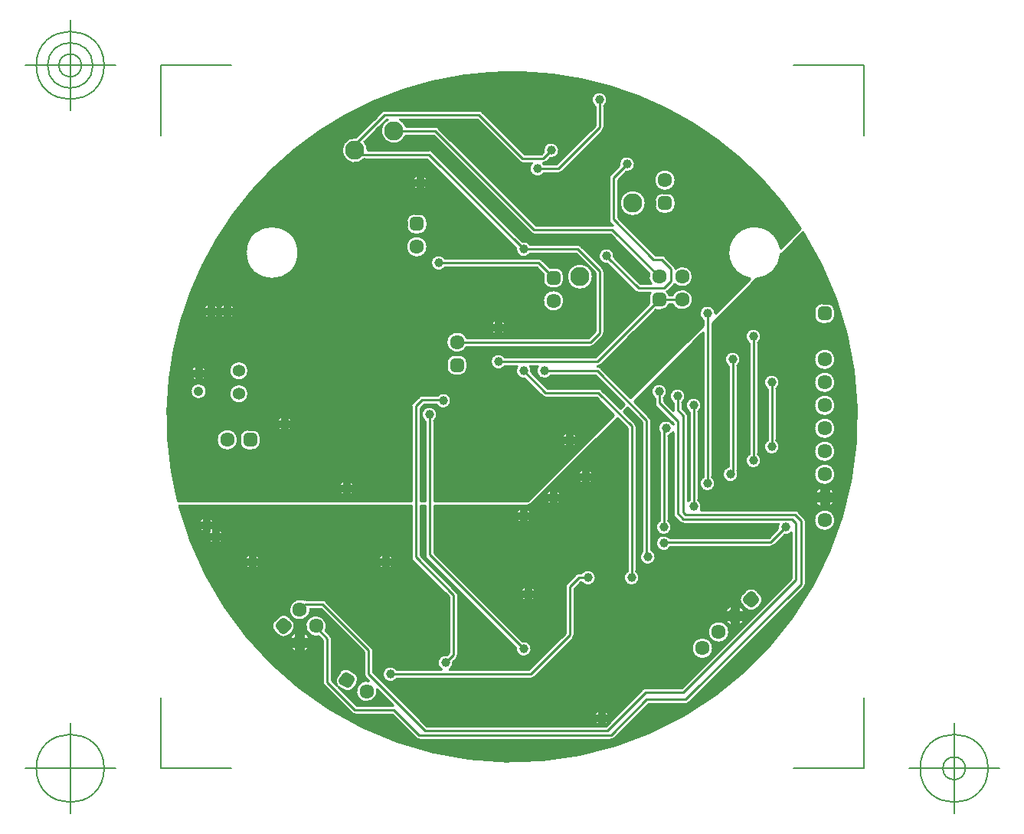
<source format=gbr>
G04 Generated by Ultiboard 13.0 *
%FSLAX25Y25*%
%MOIN*%

%ADD10C,0.00001*%
%ADD11C,0.01000*%
%ADD12C,0.00500*%
%ADD13C,0.03937*%
%ADD14C,0.06334*%
%ADD15P,0.02945X4*%
%ADD16C,0.03917*%
%ADD17P,0.02945X4X15*%
%ADD18C,0.08334*%
%ADD19R,0.02083X0.02083*%
%ADD20C,0.04156*%
%ADD21C,0.05337*%


G04 ColorRGB 0000FF for the following layer *
%LNCopper Bottom*%
%LPD*%
G54D10*
G36*
X201062Y-89510D02*
X201062Y-89510D01*
X301990Y-89510D01*
X301990Y-111995D01*
G75*
D01*
G03X302579Y-113421I2010J-4*
G01*
X302579Y-113421D01*
X318490Y-129332D01*
X318490Y-153668D01*
X317578Y-154580D01*
G75*
D01*
G03X315243Y-160990I-579J-3419*
G01*
X315243Y-160990D01*
X295827Y-160990D01*
G75*
D01*
G03X289586Y-162387I-2827J-2008*
G01*
G75*
D01*
G03X289586Y-163613I1913J-613*
G01*
G75*
D01*
G03X295827Y-165010I3414J611*
G01*
X295827Y-165010D01*
X353997Y-165010D01*
G75*
D01*
G03X354736Y-164870I2J2010*
G01*
G74*
D01*
G03X355423Y-164419I736J1869*
G01*
X355423Y-164419D01*
X372419Y-147423D01*
G75*
D01*
G03X373010Y-146000I-1418J1423*
G01*
X373010Y-146000D01*
X373010Y-125832D01*
X375832Y-123010D01*
X376173Y-123010D01*
G75*
D01*
G03X376173Y-118990I2826J2010*
G01*
X376173Y-118990D01*
X375002Y-118990D01*
G75*
D01*
G03X373579Y-119579I-1J-2010*
G01*
X373579Y-119579D01*
X369579Y-123579D01*
G75*
D01*
G03X368990Y-125003I1420J-1421*
G01*
X368990Y-125003D01*
X368990Y-145168D01*
X353168Y-160990D01*
X318757Y-160990D01*
G75*
D01*
G03X320420Y-157422I-1757J2990*
G01*
X320420Y-157422D01*
X321919Y-155923D01*
G75*
D01*
G03X322510Y-154500I-1418J1423*
G01*
X322510Y-154500D01*
X322510Y-128500D01*
G74*
D01*
G03X321919Y-127077I2010J1*
G01*
X321919Y-127077D01*
X306010Y-111168D01*
X306010Y-89510D01*
X307990Y-89510D01*
X307990Y-110995D01*
G75*
D01*
G03X308579Y-112421I2010J-4*
G01*
X308579Y-112421D01*
X347580Y-151422D01*
G75*
D01*
G03X350422Y-148580I3420J-578*
G01*
X350422Y-148580D01*
X312010Y-110168D01*
X312010Y-89510D01*
X352793Y-89510D01*
G74*
D01*
G03X354216Y-88919I1J2010*
G01*
X354216Y-88919D01*
X381491Y-61644D01*
X381491Y-61644D01*
X391646Y-51489D01*
X395990Y-55832D01*
X395990Y-118173D01*
G75*
D01*
G03X400010Y-118173I2010J-2826*
G01*
X400010Y-118173D01*
X400010Y-55000D01*
G74*
D01*
G03X399419Y-53577I2010J1*
G01*
X399419Y-53577D01*
X394489Y-48646D01*
X396146Y-46989D01*
X402490Y-53332D01*
X402490Y-109606D01*
G75*
D01*
G03X406510Y-108877I2510J-2393*
G01*
X406510Y-108877D01*
X406510Y-52500D01*
G74*
D01*
G03X405919Y-51077I2010J1*
G01*
X405919Y-51077D01*
X398989Y-44146D01*
X428126Y-15009D01*
X428126Y-15009D01*
X428990Y-14145D01*
X428990Y-77173D01*
G75*
D01*
G03X433010Y-77173I2010J-2826*
G01*
X433010Y-77173D01*
X433010Y-10125D01*
X452154Y9019D01*
G74*
D01*
G03X462981Y19846I653J11480*
G01*
X462981Y19846D01*
X469214Y26079D01*
X469214Y26079D01*
X469214Y26079D01*
X472571Y29436D01*
G75*
D01*
G02X201062Y-89510I-126571J-80436*
G01*
D02*
G37*
%LPC*%
G36*
X283583Y-165925D02*
G75*
D01*
G03X287235Y-169577I-923J-4575*
G01*
X287235Y-169577D01*
X294148Y-176490D01*
X278332Y-176490D01*
X270535Y-168693D01*
G74*
D01*
G03X270840Y-168891I2042J2812*
G01*
X270840Y-168891D01*
X272644Y-169932D01*
G75*
D01*
G03X277391Y-168660I1738J3008*
G01*
X277391Y-168660D01*
X278432Y-166856D01*
G75*
D01*
G03X277160Y-162109I-3008J1738*
G01*
X277160Y-162109D01*
X275356Y-161068D01*
G75*
D01*
G03X270609Y-162340I-1738J-3008*
G01*
X270609Y-162340D01*
X269568Y-164144D01*
G75*
D01*
G03X269765Y-167923I3008J-1738*
G01*
X269765Y-167923D01*
X267510Y-165668D01*
X267510Y-147500D01*
G74*
D01*
G03X266919Y-146077I2010J1*
G01*
X266919Y-146077D01*
X264853Y-144011D01*
G75*
D01*
G03X261703Y-146545I-4211J2010*
G01*
X261703Y-146545D01*
X263490Y-148332D01*
X263490Y-166497D01*
G75*
D01*
G03X264079Y-167921I2010J-2*
G01*
X264079Y-167921D01*
X276079Y-179921D01*
G75*
D01*
G03X277502Y-180510I1421J1420*
G01*
X277502Y-180510D01*
X293668Y-180510D01*
X304079Y-190921D01*
G75*
D01*
G03X305503Y-191510I1421J1420*
G01*
X305503Y-191510D01*
X389000Y-191510D01*
G74*
D01*
G03X390423Y-190919I1J2010*
G01*
X390423Y-190919D01*
X405332Y-176010D01*
X421497Y-176010D01*
G75*
D01*
G03X422073Y-175926I1J2010*
G01*
G74*
D01*
G03X422923Y-175419I572J1926*
G01*
X422923Y-175419D01*
X473169Y-125173D01*
G75*
D01*
G03X473760Y-123750I-1418J1423*
G01*
X473760Y-123750D01*
X473760Y-96250D01*
G74*
D01*
G03X473169Y-94827I2010J1*
G01*
X473169Y-94827D01*
X470423Y-92081D01*
G74*
D01*
G03X469734Y-91629I1423J1418*
G01*
G75*
D01*
G03X468997Y-91490I-734J-1870*
G01*
X468997Y-91490D01*
X428132Y-91490D01*
G75*
D01*
G03X427010Y-87173I-3131J1490*
G01*
X427010Y-87173D01*
X427010Y-48827D01*
G75*
D01*
G03X422990Y-48827I-2010J2826*
G01*
X422990Y-48827D01*
X422990Y-87173D01*
G74*
D01*
G03X422510Y-87586I2012J2824*
G01*
X422510Y-87586D01*
X422510Y-50500D01*
G74*
D01*
G03X421919Y-49077I2010J1*
G01*
X421919Y-49077D01*
X420010Y-47168D01*
X420010Y-44827D01*
G75*
D01*
G03X415990Y-44827I-2010J2826*
G01*
X415990Y-44827D01*
X415990Y-47997D01*
G75*
D01*
G03X415996Y-48154I2010J-2*
G01*
X415996Y-48154D01*
X412010Y-44168D01*
X412010Y-42827D01*
G75*
D01*
G03X407990Y-42827I-2010J2826*
G01*
X407990Y-42827D01*
X407990Y-44998D01*
G75*
D01*
G03X408579Y-46421I2010J-1*
G01*
X408579Y-46421D01*
X415990Y-53832D01*
X415990Y-54243D01*
G75*
D01*
G03X409990Y-57724I-3000J-1740*
G01*
X409990Y-57724D01*
X409990Y-96173D01*
G75*
D01*
G03X414010Y-96173I2010J-2826*
G01*
X414010Y-96173D01*
X414010Y-59318D01*
G74*
D01*
G03X415990Y-57757I1010J3318*
G01*
X415990Y-57757D01*
X415990Y-92997D01*
G75*
D01*
G03X416579Y-94421I2010J-2*
G01*
X416579Y-94421D01*
X419079Y-96921D01*
G75*
D01*
G03X420501Y-97510I1421J1420*
G01*
X420501Y-97510D01*
X461868Y-97510D01*
G75*
D01*
G03X461580Y-99578I3132J-1490*
G01*
X461580Y-99578D01*
X457668Y-103490D01*
X414394Y-103490D01*
G75*
D01*
G03X415123Y-107510I-2393J-2510*
G01*
X415123Y-107510D01*
X458500Y-107510D01*
G74*
D01*
G03X459923Y-106919I1J2010*
G01*
X459923Y-106919D01*
X464422Y-102420D01*
G75*
D01*
G03X467490Y-101414I578J3420*
G01*
X467490Y-101414D01*
X467490Y-121168D01*
X419668Y-168990D01*
X404002Y-168990D01*
G75*
D01*
G03X402579Y-169579I-1J-2010*
G01*
X402579Y-169579D01*
X386668Y-185490D01*
X308832Y-185490D01*
X287002Y-163660D01*
X285510Y-162168D01*
X285510Y-152500D01*
G74*
D01*
G03X284919Y-151077I2010J1*
G01*
X284919Y-151077D01*
X264923Y-131081D01*
G74*
D01*
G03X263500Y-130490I1423J1418*
G01*
X263500Y-130490D01*
X256003Y-130490D01*
G75*
D01*
G03X255329Y-130606I-1J-2010*
G01*
G75*
D01*
G03X258219Y-134510I-1757J-4322*
G01*
X258219Y-134510D01*
X262668Y-134510D01*
X281490Y-153332D01*
X281490Y-162997D01*
G75*
D01*
G03X282079Y-164421I2010J-2*
G01*
X282079Y-164421D01*
X283583Y-165925D01*
D02*
G37*
G36*
X486561Y-15009D02*
G75*
D01*
G03X486561Y-15009I-4561J-991*
G01*
D02*
G37*
G36*
X453010Y-18827D02*
G75*
D01*
G03X448990Y-18827I-2010J2826*
G01*
X448990Y-18827D01*
X448990Y-67173D01*
G75*
D01*
G03X453010Y-67173I2010J-2826*
G01*
X453010Y-67173D01*
X453010Y-18827D01*
D02*
G37*
G36*
X483041Y-1483D02*
X483041Y-1483D01*
X480959Y-1483D01*
G75*
D01*
G03X477483Y-4958I-1J-3475*
G01*
X477483Y-4958D01*
X477483Y-7041D01*
G75*
D01*
G03X480959Y-10517I3476J0*
G01*
X480959Y-10517D01*
X483041Y-10517D01*
G75*
D01*
G03X486517Y-7041I0J3476*
G01*
X486517Y-7041D01*
X486517Y-4958D01*
G74*
D01*
G03X483041Y-1483I3476J1*
G01*
D02*
G37*
G36*
X215819Y-103000D02*
G75*
D01*
G03X215819Y-103000I1181J0*
G01*
D02*
G37*
G36*
X220243Y-104230D02*
X220243Y-104230D01*
X218230Y-104230D01*
X218230Y-106243D01*
G74*
D01*
G03X220243Y-104230I1230J3243*
G01*
D02*
G37*
G36*
X215770Y-106243D02*
X215770Y-106243D01*
X215770Y-104230D01*
X213757Y-104230D01*
G74*
D01*
G03X215770Y-106243I3243J1230*
G01*
D02*
G37*
G36*
X211819Y-98000D02*
G75*
D01*
G03X211819Y-98000I1181J0*
G01*
D02*
G37*
G36*
X209757Y-96770D02*
X209757Y-96770D01*
X211770Y-96770D01*
X211770Y-94757D01*
G74*
D01*
G03X209757Y-96770I1230J3243*
G01*
D02*
G37*
G36*
X211770Y-101243D02*
X211770Y-101243D01*
X211770Y-99230D01*
X209757Y-99230D01*
G74*
D01*
G03X211770Y-101243I3243J1230*
G01*
D02*
G37*
G36*
X215770Y-100087D02*
G74*
D01*
G03X216243Y-99230I2769J2088*
G01*
X216243Y-99230D01*
X214230Y-99230D01*
X214230Y-100913D01*
G74*
D01*
G03X213757Y-101770I2769J2088*
G01*
X213757Y-101770D01*
X215770Y-101770D01*
X215770Y-100087D01*
D02*
G37*
G36*
X218230Y-99757D02*
X218230Y-99757D01*
X218230Y-101770D01*
X220243Y-101770D01*
G74*
D01*
G03X218230Y-99757I3243J1230*
G01*
D02*
G37*
G36*
X214230Y-94757D02*
X214230Y-94757D01*
X214230Y-96770D01*
X216243Y-96770D01*
G74*
D01*
G03X214230Y-94757I3243J1230*
G01*
D02*
G37*
G36*
X477333Y-96000D02*
G75*
D01*
G03X477333Y-96000I4667J0*
G01*
D02*
G37*
G36*
X480345Y-90364D02*
X480345Y-90364D01*
X480345Y-87655D01*
X477636Y-87655D01*
G74*
D01*
G03X480345Y-90364I4364J1655*
G01*
D02*
G37*
G36*
X480250Y-86000D02*
G75*
D01*
G03X480250Y-86000I1750J0*
G01*
D02*
G37*
G36*
X486364Y-87655D02*
X486364Y-87655D01*
X483655Y-87655D01*
X483655Y-90364D01*
G74*
D01*
G03X486364Y-87655I1655J4364*
G01*
D02*
G37*
G36*
X477636Y-84345D02*
X477636Y-84345D01*
X480345Y-84345D01*
X480345Y-81636D01*
G74*
D01*
G03X477636Y-84345I1655J4364*
G01*
D02*
G37*
G36*
X477333Y-76000D02*
G75*
D01*
G03X477333Y-76000I4667J0*
G01*
D02*
G37*
G36*
X483655Y-81636D02*
X483655Y-81636D01*
X483655Y-84345D01*
X486364Y-84345D01*
G74*
D01*
G03X483655Y-81636I4364J1655*
G01*
D02*
G37*
G36*
X477333Y-66000D02*
G75*
D01*
G03X477333Y-66000I4667J0*
G01*
D02*
G37*
G36*
X477333Y-56000D02*
G75*
D01*
G03X477333Y-56000I4667J0*
G01*
D02*
G37*
G36*
X477333Y-46000D02*
G75*
D01*
G03X477333Y-46000I4667J0*
G01*
D02*
G37*
G36*
X477333Y-36000D02*
G75*
D01*
G03X477333Y-36000I4667J0*
G01*
D02*
G37*
G36*
X477333Y-26000D02*
G75*
D01*
G03X477333Y-26000I4667J0*
G01*
D02*
G37*
G36*
X349819Y-94000D02*
G75*
D01*
G03X349819Y-94000I1181J0*
G01*
D02*
G37*
G36*
X354243Y-95230D02*
X354243Y-95230D01*
X352230Y-95230D01*
X352230Y-97243D01*
G74*
D01*
G03X354243Y-95230I1230J3243*
G01*
D02*
G37*
G36*
X349770Y-97243D02*
X349770Y-97243D01*
X349770Y-95230D01*
X347757Y-95230D01*
G74*
D01*
G03X349770Y-97243I3243J1230*
G01*
D02*
G37*
G36*
X347757Y-92770D02*
X347757Y-92770D01*
X349770Y-92770D01*
X349770Y-90757D01*
G74*
D01*
G03X347757Y-92770I1230J3243*
G01*
D02*
G37*
G36*
X352230Y-90757D02*
X352230Y-90757D01*
X352230Y-92770D01*
X354243Y-92770D01*
G74*
D01*
G03X352230Y-90757I3243J1230*
G01*
D02*
G37*
G36*
X362770Y-89243D02*
X362770Y-89243D01*
X362770Y-87230D01*
X360757Y-87230D01*
G74*
D01*
G03X362770Y-89243I3243J1230*
G01*
D02*
G37*
G36*
X362819Y-86000D02*
G75*
D01*
G03X362819Y-86000I1181J0*
G01*
D02*
G37*
G36*
X367243Y-87230D02*
X367243Y-87230D01*
X365230Y-87230D01*
X365230Y-89243D01*
G74*
D01*
G03X367243Y-87230I1230J3243*
G01*
D02*
G37*
G36*
X360757Y-84770D02*
X360757Y-84770D01*
X362770Y-84770D01*
X362770Y-82757D01*
G74*
D01*
G03X360757Y-84770I1230J3243*
G01*
D02*
G37*
G36*
X365230Y-82757D02*
X365230Y-82757D01*
X365230Y-84770D01*
X367243Y-84770D01*
G74*
D01*
G03X365230Y-82757I3243J1230*
G01*
D02*
G37*
G36*
X376770Y-80243D02*
X376770Y-80243D01*
X376770Y-78230D01*
X374757Y-78230D01*
G74*
D01*
G03X376770Y-80243I3243J1230*
G01*
D02*
G37*
G36*
X381243Y-78230D02*
X381243Y-78230D01*
X379230Y-78230D01*
X379230Y-80243D01*
G74*
D01*
G03X381243Y-78230I1230J3243*
G01*
D02*
G37*
G36*
X376819Y-77000D02*
G75*
D01*
G03X376819Y-77000I1181J0*
G01*
D02*
G37*
G36*
X374757Y-75770D02*
X374757Y-75770D01*
X376770Y-75770D01*
X376770Y-73757D01*
G74*
D01*
G03X374757Y-75770I1230J3243*
G01*
D02*
G37*
G36*
X379230Y-73757D02*
X379230Y-73757D01*
X379230Y-75770D01*
X381243Y-75770D01*
G74*
D01*
G03X379230Y-73757I3243J1230*
G01*
D02*
G37*
G36*
X349757Y-126770D02*
X349757Y-126770D01*
X351770Y-126770D01*
X351770Y-124757D01*
G74*
D01*
G03X349757Y-126770I1230J3243*
G01*
D02*
G37*
G36*
X354230Y-124757D02*
X354230Y-124757D01*
X354230Y-126770D01*
X356243Y-126770D01*
G74*
D01*
G03X354230Y-124757I3243J1230*
G01*
D02*
G37*
G36*
X356243Y-129230D02*
X356243Y-129230D01*
X354230Y-129230D01*
X354230Y-131243D01*
G74*
D01*
G03X356243Y-129230I1230J3243*
G01*
D02*
G37*
G36*
X351770Y-131243D02*
X351770Y-131243D01*
X351770Y-129230D01*
X349757Y-129230D01*
G74*
D01*
G03X351770Y-131243I3243J1230*
G01*
D02*
G37*
G36*
X351819Y-128000D02*
G75*
D01*
G03X351819Y-128000I1181J0*
G01*
D02*
G37*
G36*
X231819Y-114000D02*
G75*
D01*
G03X231819Y-114000I1181J0*
G01*
D02*
G37*
G36*
X244043Y-138070D02*
X244043Y-138070D01*
X242570Y-139543D01*
G75*
D01*
G03X242570Y-144457I2456J-2457*
G01*
X242570Y-144457D01*
X244043Y-145930D01*
G75*
D01*
G03X248957Y-145930I2457J2456*
G01*
X248957Y-145930D01*
X250430Y-144457D01*
G75*
D01*
G03X250430Y-139543I-2456J2457*
G01*
X250430Y-139543D01*
X248957Y-138070D01*
G75*
D01*
G03X244043Y-138070I-2457J-2456*
G01*
D02*
G37*
G36*
X251821Y-149071D02*
G75*
D01*
G03X251821Y-149071I1750J0*
G01*
D02*
G37*
G36*
X251916Y-153435D02*
X251916Y-153435D01*
X251916Y-150726D01*
X249207Y-150726D01*
G74*
D01*
G03X251916Y-153435I4364J1655*
G01*
D02*
G37*
G36*
X257935Y-150726D02*
X257935Y-150726D01*
X255226Y-150726D01*
X255226Y-153435D01*
G74*
D01*
G03X257935Y-150726I1655J4364*
G01*
D02*
G37*
G36*
X249207Y-147416D02*
X249207Y-147416D01*
X251916Y-147416D01*
X251916Y-144707D01*
G74*
D01*
G03X249207Y-147416I1655J4364*
G01*
D02*
G37*
G36*
X255226Y-144707D02*
X255226Y-144707D01*
X255226Y-147416D01*
X257935Y-147416D01*
G74*
D01*
G03X255226Y-144707I4364J1655*
G01*
D02*
G37*
G36*
X234230Y-110757D02*
X234230Y-110757D01*
X234230Y-112770D01*
X236243Y-112770D01*
G74*
D01*
G03X234230Y-110757I3243J1230*
G01*
D02*
G37*
G36*
X236243Y-115230D02*
X236243Y-115230D01*
X234230Y-115230D01*
X234230Y-117243D01*
G74*
D01*
G03X236243Y-115230I1230J3243*
G01*
D02*
G37*
G36*
X229757Y-112770D02*
X229757Y-112770D01*
X231770Y-112770D01*
X231770Y-110757D01*
G74*
D01*
G03X229757Y-112770I1230J3243*
G01*
D02*
G37*
G36*
X231770Y-117243D02*
X231770Y-117243D01*
X231770Y-115230D01*
X229757Y-115230D01*
G74*
D01*
G03X231770Y-117243I3243J1230*
G01*
D02*
G37*
G36*
X383819Y-182000D02*
G75*
D01*
G03X383819Y-182000I1181J0*
G01*
D02*
G37*
G36*
X383770Y-185243D02*
X383770Y-185243D01*
X383770Y-183230D01*
X381757Y-183230D01*
G74*
D01*
G03X383770Y-185243I3243J1230*
G01*
D02*
G37*
G36*
X388243Y-183230D02*
X388243Y-183230D01*
X386230Y-183230D01*
X386230Y-185243D01*
G74*
D01*
G03X388243Y-183230I1230J3243*
G01*
D02*
G37*
G36*
X381757Y-180770D02*
X381757Y-180770D01*
X383770Y-180770D01*
X383770Y-178757D01*
G74*
D01*
G03X381757Y-180770I1230J3243*
G01*
D02*
G37*
G36*
X386230Y-178757D02*
X386230Y-178757D01*
X386230Y-180770D01*
X388243Y-180770D01*
G74*
D01*
G03X386230Y-178757I3243J1230*
G01*
D02*
G37*
G36*
X424120Y-151713D02*
G75*
D01*
G03X424120Y-151713I4667J0*
G01*
D02*
G37*
G36*
X431191Y-144642D02*
G75*
D01*
G03X431191Y-144642I4667J0*
G01*
D02*
G37*
G36*
X441274Y-141935D02*
X441274Y-141935D01*
X441274Y-139226D01*
X438565Y-139226D01*
G74*
D01*
G03X441274Y-141935I4364J1655*
G01*
D02*
G37*
G36*
X447293Y-139226D02*
X447293Y-139226D01*
X444584Y-139226D01*
X444584Y-141935D01*
G74*
D01*
G03X447293Y-139226I1655J4364*
G01*
D02*
G37*
G36*
X438565Y-135916D02*
X438565Y-135916D01*
X441274Y-135916D01*
X441274Y-133207D01*
G74*
D01*
G03X438565Y-135916I1655J4364*
G01*
D02*
G37*
G36*
X444584Y-133207D02*
X444584Y-133207D01*
X444584Y-135916D01*
X447293Y-135916D01*
G74*
D01*
G03X444584Y-133207I4364J1655*
G01*
D02*
G37*
G36*
X453930Y-128043D02*
X453930Y-128043D01*
X452457Y-126570D01*
G75*
D01*
G03X447543Y-126570I-2457J-2456*
G01*
X447543Y-126570D01*
X446070Y-128043D01*
G75*
D01*
G03X446070Y-132957I2456J-2457*
G01*
X446070Y-132957D01*
X447543Y-134430D01*
G75*
D01*
G03X452457Y-134430I2457J2456*
G01*
X452457Y-134430D01*
X453930Y-132957D01*
G75*
D01*
G03X453930Y-128043I-2456J2457*
G01*
D02*
G37*
G36*
X441179Y-137571D02*
G75*
D01*
G03X441179Y-137571I1750J0*
G01*
D02*
G37*
G36*
X289819Y-114000D02*
G75*
D01*
G03X289819Y-114000I1181J0*
G01*
D02*
G37*
G36*
X287757Y-112770D02*
X287757Y-112770D01*
X289770Y-112770D01*
X289770Y-110757D01*
G74*
D01*
G03X287757Y-112770I1230J3243*
G01*
D02*
G37*
G36*
X289770Y-117243D02*
X289770Y-117243D01*
X289770Y-115230D01*
X287757Y-115230D01*
G74*
D01*
G03X289770Y-117243I3243J1230*
G01*
D02*
G37*
G36*
X292230Y-110757D02*
X292230Y-110757D01*
X292230Y-112770D01*
X294243Y-112770D01*
G74*
D01*
G03X292230Y-110757I3243J1230*
G01*
D02*
G37*
G36*
X294243Y-115230D02*
X294243Y-115230D01*
X292230Y-115230D01*
X292230Y-117243D01*
G74*
D01*
G03X294243Y-115230I1230J3243*
G01*
D02*
G37*
G36*
X439990Y-28827D02*
X439990Y-28827D01*
X439990Y-72650D01*
G75*
D01*
G03X444010Y-74244I1010J-3319*
G01*
X444010Y-74244D01*
X444010Y-28827D01*
G75*
D01*
G03X439990Y-28827I-2010J2826*
G01*
D02*
G37*
G36*
X456990Y-38827D02*
X456990Y-38827D01*
X456990Y-61173D01*
G75*
D01*
G03X461010Y-61173I2010J-2826*
G01*
X461010Y-61173D01*
X461010Y-38827D01*
G75*
D01*
G03X456990Y-38827I-2010J2826*
G01*
D02*
G37*
%LPD*%
G36*
X291815Y78490D02*
X291815Y78490D01*
X291332Y78490D01*
X287503Y74661D01*
X281675Y68832D01*
G74*
D01*
G02X283161Y65260I4174J3832*
G01*
X283161Y65260D01*
X309747Y65260D01*
G75*
D01*
G02X310382Y65158I3J-2010*
G01*
G74*
D01*
G02X311173Y64669I632J1907*
G01*
X311173Y64669D01*
X350422Y25420D01*
G75*
D01*
G02X353827Y24010I578J-3419*
G01*
X353827Y24010D01*
X374500Y24010D01*
G74*
D01*
G02X375923Y23419I1J2010*
G01*
X375923Y23419D01*
X381991Y17351D01*
X381991Y17351D01*
X385419Y13923D01*
G74*
D01*
G02X386010Y12500I1418J1423*
G01*
X386010Y12500D01*
X386010Y-14500D01*
G75*
D01*
G02X385419Y-15923I-2010J1*
G01*
X385419Y-15923D01*
X381991Y-19351D01*
X381423Y-19919D01*
G74*
D01*
G02X380515Y-20443I1423J1418*
G01*
G75*
D01*
G02X379998Y-20510I-515J1943*
G01*
X379998Y-20510D01*
X326212Y-20510D01*
G75*
D01*
G02X326212Y-16490I-4212J2010*
G01*
X326212Y-16490D01*
X379168Y-16490D01*
X380649Y-15009D01*
X380649Y-15009D01*
X381990Y-13668D01*
X381990Y11668D01*
X373668Y19990D01*
X353827Y19990D01*
G75*
D01*
G02X347580Y22578I-2828J2007*
G01*
X347580Y22578D01*
X308918Y61240D01*
X281740Y61240D01*
G75*
D01*
G02X277816Y70658I-4240J3760*
G01*
X277816Y70658D01*
X286637Y79479D01*
X286637Y79479D01*
X287503Y80345D01*
X289079Y81921D01*
G75*
D01*
G02X290502Y82510I1421J-1420*
G01*
X290502Y82510D01*
X331497Y82510D01*
G75*
D01*
G02X332117Y82413I3J-2010*
G01*
G74*
D01*
G02X332923Y81919I618J1913*
G01*
X332923Y81919D01*
X335363Y79479D01*
X335363Y79479D01*
X351332Y63510D01*
X358668Y63510D01*
X359580Y64422D01*
G75*
D01*
G02X362422Y61580I3420J578*
G01*
X362422Y61580D01*
X360923Y60081D01*
G74*
D01*
G02X359597Y59493I1422J1419*
G01*
G75*
D01*
G02X359499Y59490I-110J2006*
G01*
X359499Y59490D01*
X359414Y59490D01*
G74*
D01*
G02X359827Y59010I2411J2492*
G01*
X359827Y59010D01*
X365168Y59010D01*
X381990Y75832D01*
X381990Y84173D01*
G75*
D01*
G02X386010Y84173I2010J2826*
G01*
X386010Y84173D01*
X386010Y75000D01*
G75*
D01*
G02X385419Y73577I-2010J1*
G01*
X385419Y73577D01*
X381991Y70149D01*
X381991Y70149D01*
X367423Y55581D01*
G74*
D01*
G02X366000Y54990I1423J1418*
G01*
X366000Y54990D01*
X359827Y54990D01*
G75*
D01*
G02X354586Y59490I-2824J2013*
G01*
X354586Y59490D01*
X350500Y59490D01*
G75*
D01*
G02X350130Y59525I3J2010*
G01*
G74*
D01*
G02X349079Y60079I369J1975*
G01*
X349079Y60079D01*
X330668Y78490D01*
X297185Y78490D01*
G74*
D01*
G02X299799Y75510I2683J4990*
G01*
X299799Y75510D01*
X312497Y75510D01*
G75*
D01*
G02X313151Y75401I1J-2010*
G01*
G74*
D01*
G02X313923Y74919I650J1901*
G01*
X313923Y74919D01*
X356332Y32510D01*
X389497Y32510D01*
G75*
D01*
G02X389654Y32504I2J-2010*
G01*
X389654Y32504D01*
X388579Y33579D01*
G75*
D01*
G02X387990Y35003I1420J1421*
G01*
X387990Y35003D01*
X387990Y52996D01*
G75*
D01*
G02X388579Y54421I2010J3*
G01*
X388579Y54421D01*
X392580Y58422D01*
G75*
D01*
G02X395422Y55580I3420J578*
G01*
X395422Y55580D01*
X392010Y52168D01*
X392010Y35832D01*
X408332Y19510D01*
X411000Y19510D01*
G74*
D01*
G02X412423Y18919I1J2010*
G01*
X412423Y18919D01*
X416419Y14923D01*
G74*
D01*
G02X417008Y13582I1418J1423*
G01*
G75*
D01*
G02X416608Y6795I2992J-3582*
G01*
G74*
D01*
G02X416419Y6577I1609J1204*
G01*
X416419Y6577D01*
X413423Y3581D01*
G74*
D01*
G02X413419Y3577I1423J1419*
G01*
G74*
D01*
G02X414379Y2010I2378J2534*
G01*
X414379Y2010D01*
X415788Y2010D01*
G75*
D01*
G02X415788Y-2010I4212J-2010*
G01*
X415788Y-2010D01*
X414379Y-2010D01*
G74*
D01*
G02X411042Y-4517I3337J967*
G01*
X411042Y-4517D01*
X408959Y-4517D01*
G75*
D01*
G02X408375Y-4467I3J3476*
G01*
X408375Y-4467D01*
X397833Y-15009D01*
X397833Y-15009D01*
X384423Y-28419D01*
G74*
D01*
G02X383197Y-29000I1423J1418*
G01*
G74*
D01*
G02X383714Y-29122I199J1999*
G01*
G74*
D01*
G02X384423Y-29581I713J1878*
G01*
X384423Y-29581D01*
X397567Y-42725D01*
X425284Y-15009D01*
X425284Y-15009D01*
X428990Y-11303D01*
X428990Y-8827D01*
G75*
D01*
G02X434464Y-5829I2010J2826*
G01*
X434464Y-5829D01*
X449473Y9180D01*
G75*
D01*
G02X462820Y22527I2027J11320*
G01*
X462820Y22527D01*
X471456Y31163D01*
G75*
D01*
G03X200543Y-87500I-125457J-82160*
G01*
X200543Y-87500D01*
X301990Y-87500D01*
X301990Y-46298D01*
G75*
D01*
G02X302579Y-44872I2010J4*
G01*
X302579Y-44872D01*
X305372Y-42079D01*
G74*
D01*
G02X306300Y-41552I1420J1421*
G01*
G75*
D01*
G02X306793Y-41490I495J-1947*
G01*
X306793Y-41490D01*
X313606Y-41490D01*
G75*
D01*
G02X312877Y-45510I2393J-2510*
G01*
X312877Y-45510D01*
X307625Y-45510D01*
X306010Y-47125D01*
X306010Y-87500D01*
X307990Y-87500D01*
X307990Y-52827D01*
G75*
D01*
G02X312010Y-52827I2010J2826*
G01*
X312010Y-52827D01*
X312010Y-87500D01*
X352793Y-87500D01*
X381991Y-58302D01*
X390225Y-50067D01*
X382668Y-42510D01*
X360502Y-42510D01*
G75*
D01*
G02X359079Y-41921I-1J2010*
G01*
X359079Y-41921D01*
X351578Y-34420D01*
G75*
D01*
G02X348159Y-29010I-579J3419*
G01*
X348159Y-29010D01*
X342827Y-29010D01*
G75*
D01*
G02X342827Y-24990I-2826J2010*
G01*
X342827Y-24990D01*
X382168Y-24990D01*
X392149Y-15009D01*
X392149Y-15009D01*
X405533Y-1625D01*
G75*
D01*
G02X405483Y-1041I3425J587*
G01*
X405483Y-1041D01*
X405483Y1042D01*
G74*
D01*
G02X406081Y2990I3476J1*
G01*
X406081Y2990D01*
X401000Y2990D01*
G75*
D01*
G02X400805Y3000I5J2010*
G01*
G74*
D01*
G02X399579Y3579I195J2000*
G01*
X399579Y3579D01*
X387578Y15580D01*
G75*
D01*
G02X390420Y18422I-578J3420*
G01*
X390420Y18422D01*
X401832Y7010D01*
X406417Y7010D01*
G75*
D01*
G02X405601Y11557I3582J2990*
G01*
X405601Y11557D01*
X388668Y28490D01*
X355500Y28490D01*
G75*
D01*
G02X355188Y28515I4J2010*
G01*
G74*
D01*
G02X354079Y29079I311J1985*
G01*
X354079Y29079D01*
X311668Y71490D01*
X299799Y71490D01*
G75*
D01*
G02X291815Y78490I-5299J2010*
G01*
D02*
G37*
%LPC*%
G36*
X336788Y-13230D02*
X336788Y-13230D01*
X338802Y-13230D01*
X338802Y-15243D01*
G74*
D01*
G02X336788Y-13230I1229J3243*
G01*
D02*
G37*
G36*
X343275Y-13230D02*
G74*
D01*
G02X341261Y-15243I3243J1231*
G01*
X341261Y-15243D01*
X341261Y-13230D01*
X343275Y-13230D01*
D02*
G37*
G36*
X206206Y-30743D02*
G74*
D01*
G02X208282Y-28666I3345J1267*
G01*
X208282Y-28666D01*
X208282Y-30743D01*
X206206Y-30743D01*
D02*
G37*
G36*
X275230Y-78757D02*
G74*
D01*
G02X277243Y-80770I1230J3243*
G01*
X277243Y-80770D01*
X275230Y-80770D01*
X275230Y-78757D01*
D02*
G37*
G36*
X277243Y-83230D02*
G74*
D01*
G02X275230Y-85243I3243J1230*
G01*
X275230Y-85243D01*
X275230Y-83230D01*
X277243Y-83230D01*
D02*
G37*
G36*
X270757Y-80770D02*
G74*
D01*
G02X272770Y-78757I3243J1230*
G01*
X272770Y-78757D01*
X272770Y-80770D01*
X270757Y-80770D01*
D02*
G37*
G36*
X272770Y-85243D02*
G74*
D01*
G02X270757Y-83230I1230J3243*
G01*
X270757Y-83230D01*
X272770Y-83230D01*
X272770Y-85243D01*
D02*
G37*
G36*
X272819Y-82000D02*
G75*
D01*
G02X272819Y-82000I1181J0*
G01*
D02*
G37*
G36*
X217333Y-61000D02*
G75*
D01*
G02X217333Y-61000I4667J0*
G01*
D02*
G37*
G36*
X236517Y-62041D02*
G75*
D01*
G02X233042Y-65517I-3475J-1*
G01*
X233042Y-65517D01*
X230959Y-65517D01*
G75*
D01*
G02X227483Y-62041I0J3476*
G01*
X227483Y-62041D01*
X227483Y-59958D01*
G75*
D01*
G02X230959Y-56483I3476J-1*
G01*
X230959Y-56483D01*
X233042Y-56483D01*
G74*
D01*
G02X236517Y-59958I0J3475*
G01*
X236517Y-59958D01*
X236517Y-62041D01*
D02*
G37*
G36*
X245770Y-57243D02*
G74*
D01*
G02X243757Y-55230I1230J3243*
G01*
X243757Y-55230D01*
X245770Y-55230D01*
X245770Y-57243D01*
D02*
G37*
G36*
X245819Y-54000D02*
G75*
D01*
G02X245819Y-54000I1181J0*
G01*
D02*
G37*
G36*
X250243Y-55230D02*
G74*
D01*
G02X248230Y-57243I3243J1230*
G01*
X248230Y-57243D01*
X248230Y-55230D01*
X250243Y-55230D01*
D02*
G37*
G36*
X243757Y-52770D02*
G74*
D01*
G02X245770Y-50757I3243J1230*
G01*
X245770Y-50757D01*
X245770Y-52770D01*
X243757Y-52770D01*
D02*
G37*
G36*
X248230Y-50757D02*
G74*
D01*
G02X250243Y-52770I1230J3243*
G01*
X250243Y-52770D01*
X248230Y-52770D01*
X248230Y-50757D01*
D02*
G37*
G36*
X205973Y-39886D02*
G75*
D01*
G02X205973Y-39886I3578J0*
G01*
D02*
G37*
G36*
X222883Y-40949D02*
G75*
D01*
G02X222883Y-40949I4168J0*
G01*
D02*
G37*
G36*
X212897Y-33281D02*
G74*
D01*
G02X210820Y-35357I3345J1270*
G01*
X210820Y-35357D01*
X210820Y-33281D01*
X212897Y-33281D01*
D02*
G37*
G36*
X208173Y-32012D02*
G75*
D01*
G02X208173Y-32012I1378J0*
G01*
D02*
G37*
G36*
X208282Y-35357D02*
G74*
D01*
G02X206206Y-33281I1269J3345*
G01*
X206206Y-33281D01*
X208282Y-33281D01*
X208282Y-35357D01*
D02*
G37*
G36*
X222883Y-30949D02*
G75*
D01*
G02X222883Y-30949I4168J0*
G01*
D02*
G37*
G36*
X210820Y-28666D02*
G74*
D01*
G02X212897Y-30743I1269J3346*
G01*
X212897Y-30743D01*
X210820Y-30743D01*
X210820Y-28666D01*
D02*
G37*
G36*
X369770Y-64243D02*
G74*
D01*
G02X367757Y-62230I1230J3243*
G01*
X367757Y-62230D01*
X369770Y-62230D01*
X369770Y-64243D01*
D02*
G37*
G36*
X374243Y-62230D02*
G74*
D01*
G02X372230Y-64243I3243J1230*
G01*
X372230Y-64243D01*
X372230Y-62230D01*
X374243Y-62230D01*
D02*
G37*
G36*
X369819Y-61000D02*
G75*
D01*
G02X369819Y-61000I1181J0*
G01*
D02*
G37*
G36*
X367757Y-59770D02*
G74*
D01*
G02X369770Y-57757I3243J1230*
G01*
X369770Y-57757D01*
X369770Y-59770D01*
X367757Y-59770D01*
D02*
G37*
G36*
X372230Y-57757D02*
G74*
D01*
G02X374243Y-59770I1230J3243*
G01*
X374243Y-59770D01*
X372230Y-59770D01*
X372230Y-57757D01*
D02*
G37*
G36*
X320959Y-33017D02*
G75*
D01*
G02X317483Y-29541I0J3476*
G01*
X317483Y-29541D01*
X317483Y-27458D01*
G75*
D01*
G02X320959Y-23983I3476J-1*
G01*
X320959Y-23983D01*
X323042Y-23983D01*
G74*
D01*
G02X326517Y-27458I0J3475*
G01*
X326517Y-27458D01*
X326517Y-29541D01*
G75*
D01*
G02X323042Y-33017I-3475J-1*
G01*
X323042Y-33017D01*
X320959Y-33017D01*
D02*
G37*
G36*
X369833Y10000D02*
G75*
D01*
G02X369833Y10000I5667J0*
G01*
D02*
G37*
G36*
X336788Y-10770D02*
G74*
D01*
G02X338802Y-8757I3243J1230*
G01*
X338802Y-8757D01*
X338802Y-10770D01*
X336788Y-10770D01*
D02*
G37*
G36*
X341261Y-8757D02*
G74*
D01*
G02X343275Y-10770I1229J3243*
G01*
X343275Y-10770D01*
X341261Y-10770D01*
X341261Y-8757D01*
D02*
G37*
G36*
X338850Y-12000D02*
G75*
D01*
G02X338850Y-12000I1181J0*
G01*
D02*
G37*
G36*
X316827Y18010D02*
X316827Y18010D01*
X357500Y18010D01*
G74*
D01*
G02X358923Y17419I1J2010*
G01*
X358923Y17419D01*
X362375Y13967D01*
G75*
D01*
G02X362959Y14017I587J-3424*
G01*
X362959Y14017D01*
X365042Y14017D01*
G74*
D01*
G02X368517Y10542I0J3475*
G01*
X368517Y10542D01*
X368517Y8459D01*
G75*
D01*
G02X365042Y4983I-3475J-1*
G01*
X365042Y4983D01*
X362959Y4983D01*
G75*
D01*
G02X359483Y8459I0J3476*
G01*
X359483Y8459D01*
X359483Y10542D01*
G74*
D01*
G02X359533Y11125I3476J4*
G01*
X359533Y11125D01*
X356668Y13990D01*
X316827Y13990D01*
G75*
D01*
G02X316827Y18010I-2826J2010*
G01*
D02*
G37*
G36*
X359333Y-500D02*
G75*
D01*
G02X359333Y-500I4667J0*
G01*
D02*
G37*
G36*
X299833Y23000D02*
G75*
D01*
G02X299833Y23000I4667J0*
G01*
D02*
G37*
G36*
X305542Y37517D02*
G74*
D01*
G02X309017Y34042I0J3475*
G01*
X309017Y34042D01*
X309017Y31958D01*
G75*
D01*
G02X305542Y28483I-3475J0*
G01*
X305542Y28483D01*
X303459Y28483D01*
G75*
D01*
G02X299983Y31958I-1J3475*
G01*
X299983Y31958D01*
X299983Y34042D01*
G75*
D01*
G02X303459Y37517I3476J-1*
G01*
X303459Y37517D01*
X305542Y37517D01*
D02*
G37*
G36*
X304819Y51000D02*
G75*
D01*
G02X304819Y51000I1181J0*
G01*
D02*
G37*
G36*
X302757Y52230D02*
G74*
D01*
G02X304770Y54243I3243J1230*
G01*
X304770Y54243D01*
X304770Y52230D01*
X302757Y52230D01*
D02*
G37*
G36*
X304770Y47757D02*
G74*
D01*
G02X302757Y49770I1230J3243*
G01*
X302757Y49770D01*
X304770Y49770D01*
X304770Y47757D01*
D02*
G37*
G36*
X307230Y54243D02*
G74*
D01*
G02X309243Y52230I1230J3243*
G01*
X309243Y52230D01*
X307230Y52230D01*
X307230Y54243D01*
D02*
G37*
G36*
X309243Y49770D02*
G74*
D01*
G02X307230Y47757I3243J1230*
G01*
X307230Y47757D01*
X307230Y49770D01*
X309243Y49770D01*
D02*
G37*
G36*
X213770Y-8243D02*
G74*
D01*
G02X211757Y-6230I1230J3243*
G01*
X211757Y-6230D01*
X213770Y-6230D01*
X213770Y-8243D01*
D02*
G37*
G36*
X218243Y-6230D02*
G74*
D01*
G02X216230Y-8243I3243J1230*
G01*
X216230Y-8243D01*
X216230Y-6230D01*
X218243Y-6230D01*
D02*
G37*
G36*
X220770Y-8243D02*
G74*
D01*
G02X218757Y-6230I1230J3243*
G01*
X218757Y-6230D01*
X220770Y-6230D01*
X220770Y-8243D01*
D02*
G37*
G36*
X225243Y-6230D02*
G74*
D01*
G02X223230Y-8243I3243J1230*
G01*
X223230Y-8243D01*
X223230Y-6230D01*
X225243Y-6230D01*
D02*
G37*
G36*
X211757Y-3770D02*
G74*
D01*
G02X213770Y-1757I3243J1230*
G01*
X213770Y-1757D01*
X213770Y-3770D01*
X211757Y-3770D01*
D02*
G37*
G36*
X218757Y-3770D02*
G74*
D01*
G02X220770Y-1757I3243J1230*
G01*
X220770Y-1757D01*
X220770Y-3770D01*
X218757Y-3770D01*
D02*
G37*
G36*
X216230Y-1757D02*
G74*
D01*
G02X218243Y-3770I1230J3243*
G01*
X218243Y-3770D01*
X216230Y-3770D01*
X216230Y-1757D01*
D02*
G37*
G36*
X213819Y-5000D02*
G75*
D01*
G02X213819Y-5000I1181J0*
G01*
D02*
G37*
G36*
X223230Y-1757D02*
G74*
D01*
G02X225243Y-3770I1230J3243*
G01*
X225243Y-3770D01*
X223230Y-3770D01*
X223230Y-1757D01*
D02*
G37*
G36*
X220819Y-5000D02*
G75*
D01*
G02X220819Y-5000I1181J0*
G01*
D02*
G37*
G36*
X230000Y20500D02*
G75*
D01*
G02X230000Y20500I11500J0*
G01*
D02*
G37*
G36*
X392833Y42000D02*
G75*
D01*
G02X392833Y42000I5667J0*
G01*
D02*
G37*
G36*
X411459Y37483D02*
G75*
D01*
G02X407983Y40959I0J3476*
G01*
X407983Y40959D01*
X407983Y43042D01*
G75*
D01*
G02X411459Y46517I3476J-1*
G01*
X411459Y46517D01*
X413541Y46517D01*
G74*
D01*
G02X417017Y43042I1J3475*
G01*
X417017Y43042D01*
X417017Y40959D01*
G75*
D01*
G02X413541Y37483I-3476J0*
G01*
X413541Y37483D01*
X411459Y37483D01*
D02*
G37*
G36*
X407833Y52000D02*
G75*
D01*
G02X407833Y52000I4667J0*
G01*
D02*
G37*
%LPD*%
G36*
X384923Y-39081D02*
X384923Y-39081D01*
X393067Y-47225D01*
X394725Y-45567D01*
X382168Y-33010D01*
X362827Y-33010D01*
G75*
D01*
G02X357159Y-29010I-2834J2000*
G01*
X357159Y-29010D01*
X353841Y-29010D01*
G75*
D01*
G02X354420Y-31578I-2840J-1990*
G01*
X354420Y-31578D01*
X361332Y-38490D01*
X383500Y-38490D01*
G74*
D01*
G02X384923Y-39081I1J2010*
G01*
D02*
G37*
G54D11*
X283583Y-165925D02*
G75*
D01*
G03X287235Y-169577I-923J-4575*
G01*
X294148Y-176490D01*
X278332Y-176490D01*
X270535Y-168693D01*
G74*
D01*
G03X270840Y-168891I2042J2812*
G01*
X272644Y-169932D01*
G75*
D01*
G03X277391Y-168660I1738J3008*
G01*
X278432Y-166856D01*
G75*
D01*
G03X277160Y-162109I-3008J1738*
G01*
X275356Y-161068D01*
G75*
D01*
G03X270609Y-162340I-1738J-3008*
G01*
X269568Y-164144D01*
G75*
D01*
G03X269765Y-167923I3008J-1738*
G01*
X267510Y-165668D01*
X267510Y-147500D01*
G74*
D01*
G03X266919Y-146077I2010J1*
G01*
X264853Y-144011D01*
G75*
D01*
G03X261703Y-146545I-4211J2010*
G01*
X263490Y-148332D01*
X263490Y-166497D01*
G75*
D01*
G03X264079Y-167921I2010J-2*
G01*
X276079Y-179921D01*
G75*
D01*
G03X277502Y-180510I1421J1420*
G01*
X293668Y-180510D01*
X304079Y-190921D01*
G75*
D01*
G03X305503Y-191510I1421J1420*
G01*
X389000Y-191510D01*
G74*
D01*
G03X390423Y-190919I1J2010*
G01*
X405332Y-176010D01*
X421497Y-176010D01*
G75*
D01*
G03X422073Y-175926I1J2010*
G01*
G74*
D01*
G03X422923Y-175419I572J1926*
G01*
X473169Y-125173D01*
G75*
D01*
G03X473760Y-123750I-1418J1423*
G01*
X473760Y-96250D01*
G74*
D01*
G03X473169Y-94827I2010J1*
G01*
X470423Y-92081D01*
G74*
D01*
G03X469734Y-91629I1423J1418*
G01*
G75*
D01*
G03X468997Y-91490I-734J-1870*
G01*
X428132Y-91490D01*
G75*
D01*
G03X427010Y-87173I-3131J1490*
G01*
X427010Y-48827D01*
G75*
D01*
G03X422990Y-48827I-2010J2826*
G01*
X422990Y-87173D01*
G74*
D01*
G03X422510Y-87586I2012J2824*
G01*
X422510Y-50500D01*
G74*
D01*
G03X421919Y-49077I2010J1*
G01*
X420010Y-47168D01*
X420010Y-44827D01*
G75*
D01*
G03X415990Y-44827I-2010J2826*
G01*
X415990Y-47997D01*
G75*
D01*
G03X415996Y-48154I2010J-2*
G01*
X412010Y-44168D01*
X412010Y-42827D01*
G75*
D01*
G03X407990Y-42827I-2010J2826*
G01*
X407990Y-44998D01*
G75*
D01*
G03X408579Y-46421I2010J-1*
G01*
X415990Y-53832D01*
X415990Y-54243D01*
G75*
D01*
G03X409990Y-57724I-3000J-1740*
G01*
X409990Y-96173D01*
G75*
D01*
G03X414010Y-96173I2010J-2826*
G01*
X414010Y-59318D01*
G74*
D01*
G03X415990Y-57757I1010J3318*
G01*
X415990Y-92997D01*
G75*
D01*
G03X416579Y-94421I2010J-2*
G01*
X419079Y-96921D01*
G75*
D01*
G03X420501Y-97510I1421J1420*
G01*
X461868Y-97510D01*
G75*
D01*
G03X461580Y-99578I3132J-1490*
G01*
X457668Y-103490D01*
X414394Y-103490D01*
G75*
D01*
G03X415123Y-107510I-2393J-2510*
G01*
X458500Y-107510D01*
G74*
D01*
G03X459923Y-106919I1J2010*
G01*
X464422Y-102420D01*
G75*
D01*
G03X467490Y-101414I578J3420*
G01*
X467490Y-121168D01*
X419668Y-168990D01*
X404002Y-168990D01*
G75*
D01*
G03X402579Y-169579I-1J-2010*
G01*
X386668Y-185490D01*
X308832Y-185490D01*
X287002Y-163660D01*
X285510Y-162168D01*
X285510Y-152500D01*
G74*
D01*
G03X284919Y-151077I2010J1*
G01*
X264923Y-131081D01*
G74*
D01*
G03X263500Y-130490I1423J1418*
G01*
X256003Y-130490D01*
G75*
D01*
G03X255329Y-130606I-1J-2010*
G01*
G75*
D01*
G03X258219Y-134510I-1757J-4322*
G01*
X262668Y-134510D01*
X281490Y-153332D01*
X281490Y-162997D01*
G75*
D01*
G03X282079Y-164421I2010J-2*
G01*
X283583Y-165925D01*
X486561Y-15009D02*
G75*
D01*
G03X486561Y-15009I-4561J-991*
G01*
X453010Y-18827D02*
G75*
D01*
G03X448990Y-18827I-2010J2826*
G01*
X448990Y-67173D01*
G75*
D01*
G03X453010Y-67173I2010J-2826*
G01*
X453010Y-18827D01*
X483041Y-1483D02*
X480959Y-1483D01*
G75*
D01*
G03X477483Y-4958I-1J-3475*
G01*
X477483Y-7041D01*
G75*
D01*
G03X480959Y-10517I3476J0*
G01*
X483041Y-10517D01*
G75*
D01*
G03X486517Y-7041I0J3476*
G01*
X486517Y-4958D01*
G74*
D01*
G03X483041Y-1483I3476J1*
G01*
X215819Y-103000D02*
G75*
D01*
G03X215819Y-103000I1181J0*
G01*
X220243Y-104230D02*
X218230Y-104230D01*
X218230Y-106243D01*
G74*
D01*
G03X220243Y-104230I1230J3243*
G01*
X215770Y-106243D02*
X215770Y-104230D01*
X213757Y-104230D01*
G74*
D01*
G03X215770Y-106243I3243J1230*
G01*
X211819Y-98000D02*
G75*
D01*
G03X211819Y-98000I1181J0*
G01*
X209757Y-96770D02*
X211770Y-96770D01*
X211770Y-94757D01*
G74*
D01*
G03X209757Y-96770I1230J3243*
G01*
X211770Y-101243D02*
X211770Y-99230D01*
X209757Y-99230D01*
G74*
D01*
G03X211770Y-101243I3243J1230*
G01*
X215770Y-100087D02*
G74*
D01*
G03X216243Y-99230I2769J2088*
G01*
X214230Y-99230D01*
X214230Y-100913D01*
G74*
D01*
G03X213757Y-101770I2769J2088*
G01*
X215770Y-101770D01*
X215770Y-100087D01*
X218230Y-99757D02*
X218230Y-101770D01*
X220243Y-101770D01*
G74*
D01*
G03X218230Y-99757I3243J1230*
G01*
X214230Y-94757D02*
X214230Y-96770D01*
X216243Y-96770D01*
G74*
D01*
G03X214230Y-94757I3243J1230*
G01*
X477333Y-96000D02*
G75*
D01*
G03X477333Y-96000I4667J0*
G01*
X480345Y-90364D02*
X480345Y-87655D01*
X477636Y-87655D01*
G74*
D01*
G03X480345Y-90364I4364J1655*
G01*
X480250Y-86000D02*
G75*
D01*
G03X480250Y-86000I1750J0*
G01*
X486364Y-87655D02*
X483655Y-87655D01*
X483655Y-90364D01*
G74*
D01*
G03X486364Y-87655I1655J4364*
G01*
X477636Y-84345D02*
X480345Y-84345D01*
X480345Y-81636D01*
G74*
D01*
G03X477636Y-84345I1655J4364*
G01*
X477333Y-76000D02*
G75*
D01*
G03X477333Y-76000I4667J0*
G01*
X483655Y-81636D02*
X483655Y-84345D01*
X486364Y-84345D01*
G74*
D01*
G03X483655Y-81636I4364J1655*
G01*
X477333Y-66000D02*
G75*
D01*
G03X477333Y-66000I4667J0*
G01*
X477333Y-56000D02*
G75*
D01*
G03X477333Y-56000I4667J0*
G01*
X477333Y-46000D02*
G75*
D01*
G03X477333Y-46000I4667J0*
G01*
X477333Y-36000D02*
G75*
D01*
G03X477333Y-36000I4667J0*
G01*
X477333Y-26000D02*
G75*
D01*
G03X477333Y-26000I4667J0*
G01*
X349819Y-94000D02*
G75*
D01*
G03X349819Y-94000I1181J0*
G01*
X354243Y-95230D02*
X352230Y-95230D01*
X352230Y-97243D01*
G74*
D01*
G03X354243Y-95230I1230J3243*
G01*
X349770Y-97243D02*
X349770Y-95230D01*
X347757Y-95230D01*
G74*
D01*
G03X349770Y-97243I3243J1230*
G01*
X347757Y-92770D02*
X349770Y-92770D01*
X349770Y-90757D01*
G74*
D01*
G03X347757Y-92770I1230J3243*
G01*
X352230Y-90757D02*
X352230Y-92770D01*
X354243Y-92770D01*
G74*
D01*
G03X352230Y-90757I3243J1230*
G01*
X362770Y-89243D02*
X362770Y-87230D01*
X360757Y-87230D01*
G74*
D01*
G03X362770Y-89243I3243J1230*
G01*
X362819Y-86000D02*
G75*
D01*
G03X362819Y-86000I1181J0*
G01*
X367243Y-87230D02*
X365230Y-87230D01*
X365230Y-89243D01*
G74*
D01*
G03X367243Y-87230I1230J3243*
G01*
X360757Y-84770D02*
X362770Y-84770D01*
X362770Y-82757D01*
G74*
D01*
G03X360757Y-84770I1230J3243*
G01*
X365230Y-82757D02*
X365230Y-84770D01*
X367243Y-84770D01*
G74*
D01*
G03X365230Y-82757I3243J1230*
G01*
X376770Y-80243D02*
X376770Y-78230D01*
X374757Y-78230D01*
G74*
D01*
G03X376770Y-80243I3243J1230*
G01*
X381243Y-78230D02*
X379230Y-78230D01*
X379230Y-80243D01*
G74*
D01*
G03X381243Y-78230I1230J3243*
G01*
X376819Y-77000D02*
G75*
D01*
G03X376819Y-77000I1181J0*
G01*
X374757Y-75770D02*
X376770Y-75770D01*
X376770Y-73757D01*
G74*
D01*
G03X374757Y-75770I1230J3243*
G01*
X379230Y-73757D02*
X379230Y-75770D01*
X381243Y-75770D01*
G74*
D01*
G03X379230Y-73757I3243J1230*
G01*
X349757Y-126770D02*
X351770Y-126770D01*
X351770Y-124757D01*
G74*
D01*
G03X349757Y-126770I1230J3243*
G01*
X354230Y-124757D02*
X354230Y-126770D01*
X356243Y-126770D01*
G74*
D01*
G03X354230Y-124757I3243J1230*
G01*
X356243Y-129230D02*
X354230Y-129230D01*
X354230Y-131243D01*
G74*
D01*
G03X356243Y-129230I1230J3243*
G01*
X351770Y-131243D02*
X351770Y-129230D01*
X349757Y-129230D01*
G74*
D01*
G03X351770Y-131243I3243J1230*
G01*
X351819Y-128000D02*
G75*
D01*
G03X351819Y-128000I1181J0*
G01*
X231819Y-114000D02*
G75*
D01*
G03X231819Y-114000I1181J0*
G01*
X244043Y-138070D02*
X242570Y-139543D01*
G75*
D01*
G03X242570Y-144457I2456J-2457*
G01*
X244043Y-145930D01*
G75*
D01*
G03X248957Y-145930I2457J2456*
G01*
X250430Y-144457D01*
G75*
D01*
G03X250430Y-139543I-2456J2457*
G01*
X248957Y-138070D01*
G75*
D01*
G03X244043Y-138070I-2457J-2456*
G01*
X251821Y-149071D02*
G75*
D01*
G03X251821Y-149071I1750J0*
G01*
X251916Y-153435D02*
X251916Y-150726D01*
X249207Y-150726D01*
G74*
D01*
G03X251916Y-153435I4364J1655*
G01*
X257935Y-150726D02*
X255226Y-150726D01*
X255226Y-153435D01*
G74*
D01*
G03X257935Y-150726I1655J4364*
G01*
X249207Y-147416D02*
X251916Y-147416D01*
X251916Y-144707D01*
G74*
D01*
G03X249207Y-147416I1655J4364*
G01*
X255226Y-144707D02*
X255226Y-147416D01*
X257935Y-147416D01*
G74*
D01*
G03X255226Y-144707I4364J1655*
G01*
X234230Y-110757D02*
X234230Y-112770D01*
X236243Y-112770D01*
G74*
D01*
G03X234230Y-110757I3243J1230*
G01*
X236243Y-115230D02*
X234230Y-115230D01*
X234230Y-117243D01*
G74*
D01*
G03X236243Y-115230I1230J3243*
G01*
X229757Y-112770D02*
X231770Y-112770D01*
X231770Y-110757D01*
G74*
D01*
G03X229757Y-112770I1230J3243*
G01*
X231770Y-117243D02*
X231770Y-115230D01*
X229757Y-115230D01*
G74*
D01*
G03X231770Y-117243I3243J1230*
G01*
X383819Y-182000D02*
G75*
D01*
G03X383819Y-182000I1181J0*
G01*
X383770Y-185243D02*
X383770Y-183230D01*
X381757Y-183230D01*
G74*
D01*
G03X383770Y-185243I3243J1230*
G01*
X388243Y-183230D02*
X386230Y-183230D01*
X386230Y-185243D01*
G74*
D01*
G03X388243Y-183230I1230J3243*
G01*
X381757Y-180770D02*
X383770Y-180770D01*
X383770Y-178757D01*
G74*
D01*
G03X381757Y-180770I1230J3243*
G01*
X386230Y-178757D02*
X386230Y-180770D01*
X388243Y-180770D01*
G74*
D01*
G03X386230Y-178757I3243J1230*
G01*
X424120Y-151713D02*
G75*
D01*
G03X424120Y-151713I4667J0*
G01*
X431191Y-144642D02*
G75*
D01*
G03X431191Y-144642I4667J0*
G01*
X441274Y-141935D02*
X441274Y-139226D01*
X438565Y-139226D01*
G74*
D01*
G03X441274Y-141935I4364J1655*
G01*
X447293Y-139226D02*
X444584Y-139226D01*
X444584Y-141935D01*
G74*
D01*
G03X447293Y-139226I1655J4364*
G01*
X438565Y-135916D02*
X441274Y-135916D01*
X441274Y-133207D01*
G74*
D01*
G03X438565Y-135916I1655J4364*
G01*
X444584Y-133207D02*
X444584Y-135916D01*
X447293Y-135916D01*
G74*
D01*
G03X444584Y-133207I4364J1655*
G01*
X453930Y-128043D02*
X452457Y-126570D01*
G75*
D01*
G03X447543Y-126570I-2457J-2456*
G01*
X446070Y-128043D01*
G75*
D01*
G03X446070Y-132957I2456J-2457*
G01*
X447543Y-134430D01*
G75*
D01*
G03X452457Y-134430I2457J2456*
G01*
X453930Y-132957D01*
G75*
D01*
G03X453930Y-128043I-2456J2457*
G01*
X441179Y-137571D02*
G75*
D01*
G03X441179Y-137571I1750J0*
G01*
X289819Y-114000D02*
G75*
D01*
G03X289819Y-114000I1181J0*
G01*
X287757Y-112770D02*
X289770Y-112770D01*
X289770Y-110757D01*
G74*
D01*
G03X287757Y-112770I1230J3243*
G01*
X289770Y-117243D02*
X289770Y-115230D01*
X287757Y-115230D01*
G74*
D01*
G03X289770Y-117243I3243J1230*
G01*
X292230Y-110757D02*
X292230Y-112770D01*
X294243Y-112770D01*
G74*
D01*
G03X292230Y-110757I3243J1230*
G01*
X294243Y-115230D02*
X292230Y-115230D01*
X292230Y-117243D01*
G74*
D01*
G03X294243Y-115230I1230J3243*
G01*
X439990Y-28827D02*
X439990Y-72650D01*
G75*
D01*
G03X444010Y-74244I1010J-3319*
G01*
X444010Y-28827D01*
G75*
D01*
G03X439990Y-28827I-2010J2826*
G01*
X456990Y-38827D02*
X456990Y-61173D01*
G75*
D01*
G03X461010Y-61173I2010J-2826*
G01*
X461010Y-38827D01*
G75*
D01*
G03X456990Y-38827I-2010J2826*
G01*
X201062Y-89510D02*
X301990Y-89510D01*
X301990Y-111995D01*
G75*
D01*
G03X302579Y-113421I2010J-4*
G01*
X318490Y-129332D01*
X318490Y-153668D01*
X317578Y-154580D01*
G75*
D01*
G03X315243Y-160990I-579J-3419*
G01*
X295827Y-160990D01*
G75*
D01*
G03X289586Y-162387I-2827J-2008*
G01*
G75*
D01*
G03X289586Y-163613I1913J-613*
G01*
G75*
D01*
G03X295827Y-165010I3414J611*
G01*
X353997Y-165010D01*
G75*
D01*
G03X354736Y-164870I2J2010*
G01*
G74*
D01*
G03X355423Y-164419I736J1869*
G01*
X372419Y-147423D01*
G75*
D01*
G03X373010Y-146000I-1418J1423*
G01*
X373010Y-125832D01*
X375832Y-123010D01*
X376173Y-123010D01*
G75*
D01*
G03X376173Y-118990I2826J2010*
G01*
X375002Y-118990D01*
G75*
D01*
G03X373579Y-119579I-1J-2010*
G01*
X369579Y-123579D01*
G75*
D01*
G03X368990Y-125003I1420J-1421*
G01*
X368990Y-145168D01*
X353168Y-160990D01*
X318757Y-160990D01*
G75*
D01*
G03X320420Y-157422I-1757J2990*
G01*
X321919Y-155923D01*
G75*
D01*
G03X322510Y-154500I-1418J1423*
G01*
X322510Y-128500D01*
G74*
D01*
G03X321919Y-127077I2010J1*
G01*
X306010Y-111168D01*
X306010Y-89510D01*
X307990Y-89510D01*
X307990Y-110995D01*
G75*
D01*
G03X308579Y-112421I2010J-4*
G01*
X347580Y-151422D01*
G75*
D01*
G03X350422Y-148580I3420J-578*
G01*
X312010Y-110168D01*
X312010Y-89510D01*
X352793Y-89510D01*
G74*
D01*
G03X354216Y-88919I1J2010*
G01*
X381491Y-61644D01*
X381491Y-61644D01*
X391646Y-51489D01*
X395990Y-55832D01*
X395990Y-118173D01*
G75*
D01*
G03X400010Y-118173I2010J-2826*
G01*
X400010Y-55000D01*
G74*
D01*
G03X399419Y-53577I2010J1*
G01*
X394489Y-48646D01*
X396146Y-46989D01*
X402490Y-53332D01*
X402490Y-109606D01*
G75*
D01*
G03X406510Y-108877I2510J-2393*
G01*
X406510Y-52500D01*
G74*
D01*
G03X405919Y-51077I2010J1*
G01*
X398989Y-44146D01*
X428126Y-15009D01*
X428126Y-15009D01*
X428990Y-14145D01*
X428990Y-77173D01*
G75*
D01*
G03X433010Y-77173I2010J-2826*
G01*
X433010Y-10125D01*
X452154Y9019D01*
G74*
D01*
G03X462981Y19846I653J11480*
G01*
X469214Y26079D01*
X469214Y26079D01*
X469214Y26079D01*
X472571Y29436D01*
G75*
D01*
G02X201062Y-89510I-126571J-80436*
G01*
X336788Y-13230D02*
X338802Y-13230D01*
X338802Y-15243D01*
G74*
D01*
G02X336788Y-13230I1229J3243*
G01*
X343275Y-13230D02*
G74*
D01*
G02X341261Y-15243I3243J1231*
G01*
X341261Y-13230D01*
X343275Y-13230D01*
X206206Y-30743D02*
G74*
D01*
G02X208282Y-28666I3345J1267*
G01*
X208282Y-30743D01*
X206206Y-30743D01*
X275230Y-78757D02*
G74*
D01*
G02X277243Y-80770I1230J3243*
G01*
X275230Y-80770D01*
X275230Y-78757D01*
X277243Y-83230D02*
G74*
D01*
G02X275230Y-85243I3243J1230*
G01*
X275230Y-83230D01*
X277243Y-83230D01*
X270757Y-80770D02*
G74*
D01*
G02X272770Y-78757I3243J1230*
G01*
X272770Y-80770D01*
X270757Y-80770D01*
X272770Y-85243D02*
G74*
D01*
G02X270757Y-83230I1230J3243*
G01*
X272770Y-83230D01*
X272770Y-85243D01*
X272819Y-82000D02*
G75*
D01*
G02X272819Y-82000I1181J0*
G01*
X217333Y-61000D02*
G75*
D01*
G02X217333Y-61000I4667J0*
G01*
X236517Y-62041D02*
G75*
D01*
G02X233042Y-65517I-3475J-1*
G01*
X230959Y-65517D01*
G75*
D01*
G02X227483Y-62041I0J3476*
G01*
X227483Y-59958D01*
G75*
D01*
G02X230959Y-56483I3476J-1*
G01*
X233042Y-56483D01*
G74*
D01*
G02X236517Y-59958I0J3475*
G01*
X236517Y-62041D01*
X245770Y-57243D02*
G74*
D01*
G02X243757Y-55230I1230J3243*
G01*
X245770Y-55230D01*
X245770Y-57243D01*
X245819Y-54000D02*
G75*
D01*
G02X245819Y-54000I1181J0*
G01*
X250243Y-55230D02*
G74*
D01*
G02X248230Y-57243I3243J1230*
G01*
X248230Y-55230D01*
X250243Y-55230D01*
X243757Y-52770D02*
G74*
D01*
G02X245770Y-50757I3243J1230*
G01*
X245770Y-52770D01*
X243757Y-52770D01*
X248230Y-50757D02*
G74*
D01*
G02X250243Y-52770I1230J3243*
G01*
X248230Y-52770D01*
X248230Y-50757D01*
X205973Y-39886D02*
G75*
D01*
G02X205973Y-39886I3578J0*
G01*
X222883Y-40949D02*
G75*
D01*
G02X222883Y-40949I4168J0*
G01*
X212897Y-33281D02*
G74*
D01*
G02X210820Y-35357I3345J1270*
G01*
X210820Y-33281D01*
X212897Y-33281D01*
X208173Y-32012D02*
G75*
D01*
G02X208173Y-32012I1378J0*
G01*
X208282Y-35357D02*
G74*
D01*
G02X206206Y-33281I1269J3345*
G01*
X208282Y-33281D01*
X208282Y-35357D01*
X222883Y-30949D02*
G75*
D01*
G02X222883Y-30949I4168J0*
G01*
X210820Y-28666D02*
G74*
D01*
G02X212897Y-30743I1269J3346*
G01*
X210820Y-30743D01*
X210820Y-28666D01*
X369770Y-64243D02*
G74*
D01*
G02X367757Y-62230I1230J3243*
G01*
X369770Y-62230D01*
X369770Y-64243D01*
X374243Y-62230D02*
G74*
D01*
G02X372230Y-64243I3243J1230*
G01*
X372230Y-62230D01*
X374243Y-62230D01*
X369819Y-61000D02*
G75*
D01*
G02X369819Y-61000I1181J0*
G01*
X367757Y-59770D02*
G74*
D01*
G02X369770Y-57757I3243J1230*
G01*
X369770Y-59770D01*
X367757Y-59770D01*
X372230Y-57757D02*
G74*
D01*
G02X374243Y-59770I1230J3243*
G01*
X372230Y-59770D01*
X372230Y-57757D01*
X320959Y-33017D02*
G75*
D01*
G02X317483Y-29541I0J3476*
G01*
X317483Y-27458D01*
G75*
D01*
G02X320959Y-23983I3476J-1*
G01*
X323042Y-23983D01*
G74*
D01*
G02X326517Y-27458I0J3475*
G01*
X326517Y-29541D01*
G75*
D01*
G02X323042Y-33017I-3475J-1*
G01*
X320959Y-33017D01*
X369833Y10000D02*
G75*
D01*
G02X369833Y10000I5667J0*
G01*
X336788Y-10770D02*
G74*
D01*
G02X338802Y-8757I3243J1230*
G01*
X338802Y-10770D01*
X336788Y-10770D01*
X341261Y-8757D02*
G74*
D01*
G02X343275Y-10770I1229J3243*
G01*
X341261Y-10770D01*
X341261Y-8757D01*
X338850Y-12000D02*
G75*
D01*
G02X338850Y-12000I1181J0*
G01*
X316827Y18010D02*
X357500Y18010D01*
G74*
D01*
G02X358923Y17419I1J2010*
G01*
X362375Y13967D01*
G75*
D01*
G02X362959Y14017I587J-3424*
G01*
X365042Y14017D01*
G74*
D01*
G02X368517Y10542I0J3475*
G01*
X368517Y8459D01*
G75*
D01*
G02X365042Y4983I-3475J-1*
G01*
X362959Y4983D01*
G75*
D01*
G02X359483Y8459I0J3476*
G01*
X359483Y10542D01*
G74*
D01*
G02X359533Y11125I3476J4*
G01*
X356668Y13990D01*
X316827Y13990D01*
G75*
D01*
G02X316827Y18010I-2826J2010*
G01*
X359333Y-500D02*
G75*
D01*
G02X359333Y-500I4667J0*
G01*
X299833Y23000D02*
G75*
D01*
G02X299833Y23000I4667J0*
G01*
X305542Y37517D02*
G74*
D01*
G02X309017Y34042I0J3475*
G01*
X309017Y31958D01*
G75*
D01*
G02X305542Y28483I-3475J0*
G01*
X303459Y28483D01*
G75*
D01*
G02X299983Y31958I-1J3475*
G01*
X299983Y34042D01*
G75*
D01*
G02X303459Y37517I3476J-1*
G01*
X305542Y37517D01*
X304819Y51000D02*
G75*
D01*
G02X304819Y51000I1181J0*
G01*
X302757Y52230D02*
G74*
D01*
G02X304770Y54243I3243J1230*
G01*
X304770Y52230D01*
X302757Y52230D01*
X304770Y47757D02*
G74*
D01*
G02X302757Y49770I1230J3243*
G01*
X304770Y49770D01*
X304770Y47757D01*
X307230Y54243D02*
G74*
D01*
G02X309243Y52230I1230J3243*
G01*
X307230Y52230D01*
X307230Y54243D01*
X309243Y49770D02*
G74*
D01*
G02X307230Y47757I3243J1230*
G01*
X307230Y49770D01*
X309243Y49770D01*
X213770Y-8243D02*
G74*
D01*
G02X211757Y-6230I1230J3243*
G01*
X213770Y-6230D01*
X213770Y-8243D01*
X218243Y-6230D02*
G74*
D01*
G02X216230Y-8243I3243J1230*
G01*
X216230Y-6230D01*
X218243Y-6230D01*
X220770Y-8243D02*
G74*
D01*
G02X218757Y-6230I1230J3243*
G01*
X220770Y-6230D01*
X220770Y-8243D01*
X225243Y-6230D02*
G74*
D01*
G02X223230Y-8243I3243J1230*
G01*
X223230Y-6230D01*
X225243Y-6230D01*
X211757Y-3770D02*
G74*
D01*
G02X213770Y-1757I3243J1230*
G01*
X213770Y-3770D01*
X211757Y-3770D01*
X218757Y-3770D02*
G74*
D01*
G02X220770Y-1757I3243J1230*
G01*
X220770Y-3770D01*
X218757Y-3770D01*
X216230Y-1757D02*
G74*
D01*
G02X218243Y-3770I1230J3243*
G01*
X216230Y-3770D01*
X216230Y-1757D01*
X213819Y-5000D02*
G75*
D01*
G02X213819Y-5000I1181J0*
G01*
X223230Y-1757D02*
G74*
D01*
G02X225243Y-3770I1230J3243*
G01*
X223230Y-3770D01*
X223230Y-1757D01*
X220819Y-5000D02*
G75*
D01*
G02X220819Y-5000I1181J0*
G01*
X230000Y20500D02*
G75*
D01*
G02X230000Y20500I11500J0*
G01*
X392833Y42000D02*
G75*
D01*
G02X392833Y42000I5667J0*
G01*
X411459Y37483D02*
G75*
D01*
G02X407983Y40959I0J3476*
G01*
X407983Y43042D01*
G75*
D01*
G02X411459Y46517I3476J-1*
G01*
X413541Y46517D01*
G74*
D01*
G02X417017Y43042I1J3475*
G01*
X417017Y40959D01*
G75*
D01*
G02X413541Y37483I-3476J0*
G01*
X411459Y37483D01*
X407833Y52000D02*
G75*
D01*
G02X407833Y52000I4667J0*
G01*
X291815Y78490D02*
X291332Y78490D01*
X287503Y74661D01*
X281675Y68832D01*
G74*
D01*
G02X283161Y65260I4174J3832*
G01*
X309747Y65260D01*
G75*
D01*
G02X310382Y65158I3J-2010*
G01*
G74*
D01*
G02X311173Y64669I632J1907*
G01*
X350422Y25420D01*
G75*
D01*
G02X353827Y24010I578J-3419*
G01*
X374500Y24010D01*
G74*
D01*
G02X375923Y23419I1J2010*
G01*
X381991Y17351D01*
X381991Y17351D01*
X385419Y13923D01*
G74*
D01*
G02X386010Y12500I1418J1423*
G01*
X386010Y-14500D01*
G75*
D01*
G02X385419Y-15923I-2010J1*
G01*
X381991Y-19351D01*
X381423Y-19919D01*
G74*
D01*
G02X380515Y-20443I1423J1418*
G01*
G75*
D01*
G02X379998Y-20510I-515J1943*
G01*
X326212Y-20510D01*
G75*
D01*
G02X326212Y-16490I-4212J2010*
G01*
X379168Y-16490D01*
X380649Y-15009D01*
X380649Y-15009D01*
X381990Y-13668D01*
X381990Y11668D01*
X373668Y19990D01*
X353827Y19990D01*
G75*
D01*
G02X347580Y22578I-2828J2007*
G01*
X308918Y61240D01*
X281740Y61240D01*
G75*
D01*
G02X277816Y70658I-4240J3760*
G01*
X286637Y79479D01*
X286637Y79479D01*
X287503Y80345D01*
X289079Y81921D01*
G75*
D01*
G02X290502Y82510I1421J-1420*
G01*
X331497Y82510D01*
G75*
D01*
G02X332117Y82413I3J-2010*
G01*
G74*
D01*
G02X332923Y81919I618J1913*
G01*
X335363Y79479D01*
X335363Y79479D01*
X351332Y63510D01*
X358668Y63510D01*
X359580Y64422D01*
G75*
D01*
G02X362422Y61580I3420J578*
G01*
X360923Y60081D01*
G74*
D01*
G02X359597Y59493I1422J1419*
G01*
G75*
D01*
G02X359499Y59490I-110J2006*
G01*
X359414Y59490D01*
G74*
D01*
G02X359827Y59010I2411J2492*
G01*
X365168Y59010D01*
X381990Y75832D01*
X381990Y84173D01*
G75*
D01*
G02X386010Y84173I2010J2826*
G01*
X386010Y75000D01*
G75*
D01*
G02X385419Y73577I-2010J1*
G01*
X381991Y70149D01*
X381991Y70149D01*
X367423Y55581D01*
G74*
D01*
G02X366000Y54990I1423J1418*
G01*
X359827Y54990D01*
G75*
D01*
G02X354586Y59490I-2824J2013*
G01*
X350500Y59490D01*
G75*
D01*
G02X350130Y59525I3J2010*
G01*
G74*
D01*
G02X349079Y60079I369J1975*
G01*
X330668Y78490D01*
X297185Y78490D01*
G74*
D01*
G02X299799Y75510I2683J4990*
G01*
X312497Y75510D01*
G75*
D01*
G02X313151Y75401I1J-2010*
G01*
G74*
D01*
G02X313923Y74919I650J1901*
G01*
X356332Y32510D01*
X389497Y32510D01*
G75*
D01*
G02X389654Y32504I2J-2010*
G01*
X388579Y33579D01*
G75*
D01*
G02X387990Y35003I1420J1421*
G01*
X387990Y52996D01*
G75*
D01*
G02X388579Y54421I2010J3*
G01*
X392580Y58422D01*
G75*
D01*
G02X395422Y55580I3420J578*
G01*
X392010Y52168D01*
X392010Y35832D01*
X408332Y19510D01*
X411000Y19510D01*
G74*
D01*
G02X412423Y18919I1J2010*
G01*
X416419Y14923D01*
G74*
D01*
G02X417008Y13582I1418J1423*
G01*
G75*
D01*
G02X416608Y6795I2992J-3582*
G01*
G74*
D01*
G02X416419Y6577I1609J1204*
G01*
X413423Y3581D01*
G74*
D01*
G02X413419Y3577I1423J1419*
G01*
G74*
D01*
G02X414379Y2010I2378J2534*
G01*
X415788Y2010D01*
G75*
D01*
G02X415788Y-2010I4212J-2010*
G01*
X414379Y-2010D01*
G74*
D01*
G02X411042Y-4517I3337J967*
G01*
X408959Y-4517D01*
G75*
D01*
G02X408375Y-4467I3J3476*
G01*
X397833Y-15009D01*
X397833Y-15009D01*
X384423Y-28419D01*
G74*
D01*
G02X383197Y-29000I1423J1418*
G01*
G74*
D01*
G02X383714Y-29122I199J1999*
G01*
G74*
D01*
G02X384423Y-29581I713J1878*
G01*
X397567Y-42725D01*
X425284Y-15009D01*
X425284Y-15009D01*
X428990Y-11303D01*
X428990Y-8827D01*
G75*
D01*
G02X434464Y-5829I2010J2826*
G01*
X449473Y9180D01*
G75*
D01*
G02X462820Y22527I2027J11320*
G01*
X471456Y31163D01*
G75*
D01*
G03X200543Y-87500I-125457J-82160*
G01*
X301990Y-87500D01*
X301990Y-46298D01*
G75*
D01*
G02X302579Y-44872I2010J4*
G01*
X305372Y-42079D01*
G74*
D01*
G02X306300Y-41552I1420J1421*
G01*
G75*
D01*
G02X306793Y-41490I495J-1947*
G01*
X313606Y-41490D01*
G75*
D01*
G02X312877Y-45510I2393J-2510*
G01*
X307625Y-45510D01*
X306010Y-47125D01*
X306010Y-87500D01*
X307990Y-87500D01*
X307990Y-52827D01*
G75*
D01*
G02X312010Y-52827I2010J2826*
G01*
X312010Y-87500D01*
X352793Y-87500D01*
X381991Y-58302D01*
X390225Y-50067D01*
X382668Y-42510D01*
X360502Y-42510D01*
G75*
D01*
G02X359079Y-41921I-1J2010*
G01*
X351578Y-34420D01*
G75*
D01*
G02X348159Y-29010I-579J3419*
G01*
X342827Y-29010D01*
G75*
D01*
G02X342827Y-24990I-2826J2010*
G01*
X382168Y-24990D01*
X392149Y-15009D01*
X392149Y-15009D01*
X405533Y-1625D01*
G75*
D01*
G02X405483Y-1041I3425J587*
G01*
X405483Y1042D01*
G74*
D01*
G02X406081Y2990I3476J1*
G01*
X401000Y2990D01*
G75*
D01*
G02X400805Y3000I5J2010*
G01*
G74*
D01*
G02X399579Y3579I195J2000*
G01*
X387578Y15580D01*
G75*
D01*
G02X390420Y18422I-578J3420*
G01*
X401832Y7010D01*
X406417Y7010D01*
G75*
D01*
G02X405601Y11557I3582J2990*
G01*
X388668Y28490D01*
X355500Y28490D01*
G75*
D01*
G02X355188Y28515I4J2010*
G01*
G74*
D01*
G02X354079Y29079I311J1985*
G01*
X311668Y71490D01*
X299799Y71490D01*
G75*
D01*
G02X291815Y78490I-5299J2010*
G01*
X384923Y-39081D02*
X393067Y-47225D01*
X394725Y-45567D01*
X382168Y-33010D01*
X362827Y-33010D01*
G75*
D01*
G02X357159Y-29010I-2834J2000*
G01*
X353841Y-29010D01*
G75*
D01*
G02X354420Y-31578I-2840J-1990*
G01*
X361332Y-38490D01*
X383500Y-38490D01*
G74*
D01*
G02X384923Y-39081I1J2010*
G01*
X431000Y-6000D02*
X431000Y-80000D01*
X451000Y-16000D02*
X451000Y-70000D01*
X442000Y-26000D02*
X442000Y-75000D01*
X441000Y-76000D01*
X425000Y-46000D02*
X425000Y-90000D01*
X459000Y-36000D02*
X459000Y-64000D01*
X410000Y0D02*
X420000Y0D01*
X314000Y16000D02*
X357500Y16000D01*
X364000Y9500D01*
X410000Y10000D02*
X389500Y30500D01*
X363000Y65000D02*
X359500Y61500D01*
X350500Y61500D01*
X331500Y80500D01*
X290500Y80500D01*
X357000Y57000D02*
X366000Y57000D01*
X384000Y75000D01*
X384000Y87000D01*
X351000Y-152000D02*
X310000Y-111000D01*
X310000Y-50000D01*
X306793Y-43500D02*
X304000Y-46293D01*
X304000Y-112000D02*
X304000Y-46293D01*
X320500Y-128500D02*
X304000Y-112000D01*
X320500Y-154500D02*
X320500Y-128500D01*
X320500Y-154500D02*
X317000Y-158000D01*
X354000Y-163000D02*
X291500Y-163000D01*
X410000Y-40000D02*
X410000Y-45000D01*
X418000Y-42000D02*
X418000Y-48000D01*
X260642Y-142000D02*
X260642Y-142642D01*
X265500Y-147500D01*
X396000Y59000D02*
X390000Y53000D01*
X390000Y35000D01*
X407500Y17500D01*
X411000Y17500D01*
X415000Y13500D02*
X415000Y8000D01*
X411000Y17500D02*
X415000Y13500D01*
X412000Y5000D02*
X401000Y5000D01*
X415000Y8000D02*
X412000Y5000D01*
X401000Y5000D02*
X387500Y18500D01*
X283500Y-163000D02*
X308000Y-187500D01*
X283500Y-152500D02*
X283500Y-163000D01*
X256000Y-132500D02*
X263500Y-132500D01*
X253571Y-134929D02*
X256000Y-132500D01*
X263500Y-132500D02*
X283500Y-152500D01*
X421500Y-93500D02*
X469000Y-93500D01*
X471750Y-123750D02*
X471750Y-96250D01*
X469000Y-93500D01*
X469500Y-122000D02*
X469500Y-97293D01*
X467707Y-95500D01*
X420500Y-95500D02*
X467707Y-95500D01*
X355500Y30500D02*
X312500Y73500D01*
X294500Y73500D01*
X389500Y30500D02*
X355500Y30500D01*
X277500Y65000D02*
X277500Y67500D01*
X290500Y80500D01*
X341000Y-27000D02*
X383000Y-27000D01*
X410000Y0D01*
X341000Y-27000D02*
X340500Y-27500D01*
X306793Y-43500D02*
X316000Y-43500D01*
X458500Y-105500D02*
X465000Y-99000D01*
X412000Y-105500D02*
X458500Y-105500D01*
X371000Y-125000D02*
X371000Y-146000D01*
X354000Y-163000D01*
X371000Y-125000D02*
X375000Y-121000D01*
X379500Y-121000D01*
X420500Y-50500D02*
X420500Y-92500D01*
X421500Y-93500D01*
X418000Y-48000D02*
X420500Y-50500D01*
X418000Y-53000D02*
X418000Y-93000D01*
X420500Y-95500D01*
X410000Y-45000D02*
X418000Y-53000D01*
X412000Y-99000D02*
X412000Y-56000D01*
X412000Y-99500D02*
X412000Y-99000D01*
X435858Y-144642D02*
X435858Y-143358D01*
X383000Y-31000D02*
X360000Y-31000D01*
X351000Y-31000D02*
X360500Y-40500D01*
X383500Y-40500D01*
X398000Y-55000D02*
X398000Y-120926D01*
X383500Y-40500D02*
X398000Y-55000D01*
X404500Y-112000D02*
X404500Y-52500D01*
X383000Y-31000D01*
X308000Y-187500D02*
X387500Y-187500D01*
X404000Y-171000D02*
X420500Y-171000D01*
X387500Y-187500D02*
X404000Y-171000D01*
X420500Y-171000D02*
X469500Y-122000D01*
X404500Y-174000D02*
X421500Y-174000D01*
X471750Y-123750D02*
X421500Y-174000D01*
X389000Y-189500D02*
X404500Y-174000D01*
X294500Y-178500D02*
X305500Y-189500D01*
X389000Y-189500D01*
X265500Y-166500D02*
X277500Y-178500D01*
X294500Y-178500D01*
X265500Y-147500D02*
X265500Y-166500D01*
X384000Y12500D02*
X384000Y-14500D01*
X374500Y22000D02*
X384000Y12500D01*
X351000Y22000D02*
X374500Y22000D01*
X351000Y22000D02*
X309750Y63250D01*
X279000Y63250D01*
X384000Y-14500D02*
X380000Y-18500D01*
X322000Y-18500D02*
X380000Y-18500D01*
G54D12*
X193024Y-203976D02*
X193024Y-173381D01*
X193024Y-203976D02*
X223619Y-203976D01*
X498976Y-203976D02*
X468381Y-203976D01*
X498976Y-203976D02*
X498976Y-173381D01*
X498976Y101976D02*
X498976Y71381D01*
X498976Y101976D02*
X468381Y101976D01*
X193024Y101976D02*
X223619Y101976D01*
X193024Y101976D02*
X193024Y71381D01*
X173339Y-203976D02*
X133969Y-203976D01*
X153654Y-223661D02*
X153654Y-184291D01*
X138890Y-203976D02*
G75*
D01*
G02X138890Y-203976I14764J0*
G01*
X518661Y-203976D02*
X558031Y-203976D01*
X538346Y-223661D02*
X538346Y-184291D01*
X523582Y-203976D02*
G75*
D01*
G02X523582Y-203976I14764J0*
G01*
X533425Y-203976D02*
G75*
D01*
G02X533425Y-203976I4921J0*
G01*
X173339Y101976D02*
X133969Y101976D01*
X153654Y82291D02*
X153654Y121661D01*
X138890Y101976D02*
G75*
D01*
G02X138890Y101976I14764J0*
G01*
X143811Y101976D02*
G75*
D01*
G02X143811Y101976I9843J0*
G01*
X148733Y101976D02*
G75*
D01*
G02X148733Y101976I4921J0*
G01*
G54D13*
X431000Y-80000D03*
X431000Y-6000D03*
X442000Y-26000D03*
X233000Y-114000D03*
X385000Y-182000D03*
X441000Y-75969D03*
X306000Y51000D03*
X314000Y16000D03*
X351000Y22000D03*
X451000Y-70000D03*
X451000Y-16000D03*
X465000Y-99000D03*
X459000Y-64000D03*
X459000Y-36000D03*
X425000Y-90000D03*
X425000Y-46000D03*
X418000Y-42000D03*
X410000Y-40000D03*
X317000Y-158000D03*
X351000Y-152000D03*
X310000Y-50000D03*
X293000Y-163000D03*
X396000Y59000D03*
X387000Y19000D03*
X357000Y57000D03*
X384000Y87000D03*
X363000Y65000D03*
X340031Y-12000D03*
X215000Y-5000D03*
X222000Y-5000D03*
X247000Y-54000D03*
X340000Y-27000D03*
X274000Y-82000D03*
X379000Y-121000D03*
X316000Y-44000D03*
X412000Y-106000D03*
X412000Y-99000D03*
X353000Y-128000D03*
X413000Y-56000D03*
X371000Y-61000D03*
X398000Y-121000D03*
X351000Y-31000D03*
X291000Y-114000D03*
X364000Y-86000D03*
X217000Y-103000D03*
X213000Y-98000D03*
X351000Y-94000D03*
X378000Y-77000D03*
X405000Y-112000D03*
X360000Y-31000D03*
G54D14*
X253571Y-134929D03*
X260642Y-142000D03*
X253571Y-149071D03*
X282660Y-170500D03*
X410000Y10000D03*
X420000Y0D03*
X420000Y10000D03*
X304500Y23000D03*
X428787Y-151713D03*
X442929Y-137571D03*
X435858Y-144642D03*
X364000Y-500D03*
X222000Y-61000D03*
X412500Y52000D03*
X482000Y-86000D03*
X482000Y-16000D03*
X482000Y-26000D03*
X482000Y-66000D03*
X482000Y-36000D03*
X482000Y-46000D03*
X482000Y-56000D03*
X482000Y-96000D03*
X482000Y-76000D03*
X322000Y-18500D03*
G54D15*
X246500Y-142000D03*
X450000Y-130500D03*
G54D16*
X245027Y-142000D02*
X246500Y-143473D01*
X247973Y-142000D01*
X246500Y-140527D01*
X245027Y-142000D01*D02*
X272577Y-165881D02*
X274381Y-166923D01*
X275423Y-165119D01*
X273619Y-164077D01*
X272577Y-165881D01*D02*
X408959Y-1041D02*
X411041Y-1041D01*
X411041Y1041D01*
X408959Y1041D01*
X408959Y-1041D01*D02*
X303459Y31959D02*
X305541Y31959D01*
X305541Y34041D01*
X303459Y34041D01*
X303459Y31959D01*D02*
X450000Y-129027D02*
X448527Y-130500D01*
X450000Y-131973D01*
X451473Y-130500D01*
X450000Y-129027D01*D02*
X362959Y8459D02*
X365041Y8459D01*
X365041Y10541D01*
X362959Y10541D01*
X362959Y8459D01*D02*
X230959Y-62041D02*
X233041Y-62041D01*
X233041Y-59959D01*
X230959Y-59959D01*
X230959Y-62041D01*D02*
X411459Y40959D02*
X413541Y40959D01*
X413541Y43041D01*
X411459Y43041D01*
X411459Y40959D01*D02*
X480959Y-7041D02*
X483041Y-7041D01*
X483041Y-4959D01*
X480959Y-4959D01*
X480959Y-7041D01*D02*
X320959Y-29541D02*
X323041Y-29541D01*
X323041Y-27459D01*
X320959Y-27459D01*
X320959Y-29541D01*D02*
G54D17*
X274000Y-165500D03*
G54D18*
X375500Y10000D03*
X294500Y73500D03*
X398500Y42000D03*
X277500Y65000D03*
G54D19*
X410000Y0D03*
X304500Y33000D03*
X364000Y9500D03*
X232000Y-61000D03*
X412500Y42000D03*
X482000Y-6000D03*
X322000Y-28500D03*
G54D20*
X209551Y-32012D03*
X209551Y-39886D03*
G54D21*
X227051Y-40949D03*
X227051Y-30949D03*

M02*

</source>
